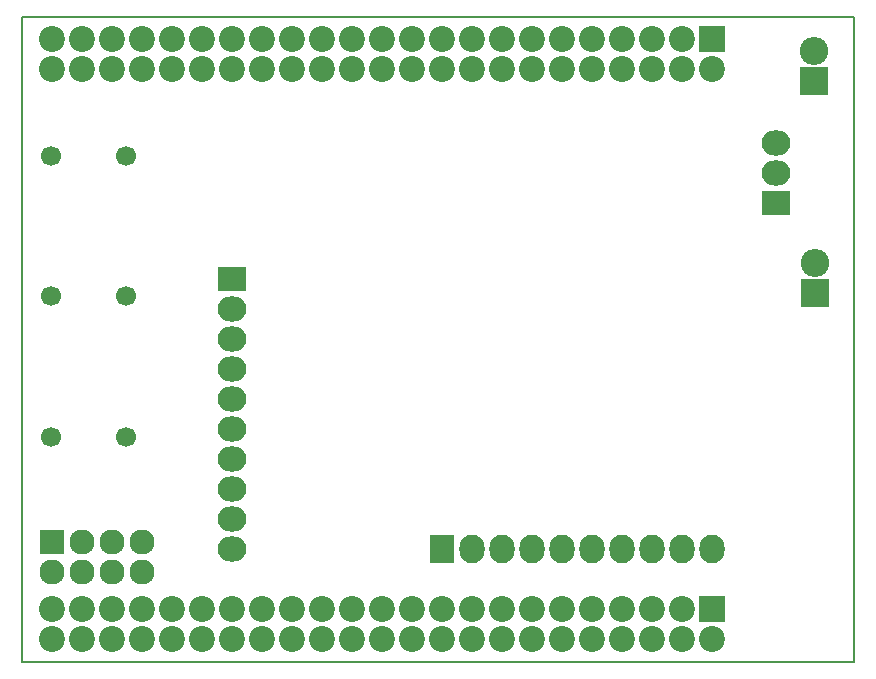
<source format=gbr>
G04 #@! TF.FileFunction,Soldermask,Bot*
%FSLAX46Y46*%
G04 Gerber Fmt 4.6, Leading zero omitted, Abs format (unit mm)*
G04 Created by KiCad (PCBNEW 4.0.2+dfsg1-stable) date Fri 21 Oct 2016 11:58:42 CEST*
%MOMM*%
G01*
G04 APERTURE LIST*
%ADD10C,0.100000*%
%ADD11C,0.150000*%
%ADD12R,2.200000X2.200000*%
%ADD13C,2.200000*%
%ADD14R,2.432000X2.127200*%
%ADD15O,2.432000X2.127200*%
%ADD16R,2.127200X2.432000*%
%ADD17O,2.127200X2.432000*%
%ADD18R,2.127200X2.127200*%
%ADD19O,2.127200X2.127200*%
%ADD20O,2.398980X2.398980*%
%ADD21R,2.398980X2.398980*%
%ADD22C,1.700000*%
G04 APERTURE END LIST*
D10*
D11*
X70485000Y0D02*
X0Y0D01*
X70485000Y54610000D02*
X70485000Y0D01*
X0Y54610000D02*
X70485000Y54610000D01*
X0Y0D02*
X0Y54610000D01*
D12*
X58420000Y52705000D03*
D13*
X58420000Y50165000D03*
X55880000Y52705000D03*
X55880000Y50165000D03*
X53340000Y52705000D03*
X53340000Y50165000D03*
X50800000Y52705000D03*
X50800000Y50165000D03*
X48260000Y52705000D03*
X48260000Y50165000D03*
X45720000Y52705000D03*
X45720000Y50165000D03*
X43180000Y52705000D03*
X43180000Y50165000D03*
X40640000Y52705000D03*
X40640000Y50165000D03*
X38100000Y52705000D03*
X38100000Y50165000D03*
X35560000Y52705000D03*
X35560000Y50165000D03*
X33020000Y52705000D03*
X33020000Y50165000D03*
X30480000Y52705000D03*
X30480000Y50165000D03*
X27940000Y52705000D03*
X27940000Y50165000D03*
X25400000Y52705000D03*
X25400000Y50165000D03*
X22860000Y52705000D03*
X22860000Y50165000D03*
X20320000Y52705000D03*
X20320000Y50165000D03*
X17780000Y52705000D03*
X17780000Y50165000D03*
X15240000Y52705000D03*
X15240000Y50165000D03*
X12700000Y52705000D03*
X12700000Y50165000D03*
X10160000Y52705000D03*
X10160000Y50165000D03*
X7620000Y52705000D03*
X7620000Y50165000D03*
X5080000Y52705000D03*
X5080000Y50165000D03*
X2540000Y52705000D03*
X2540000Y50165000D03*
D12*
X58420000Y4445000D03*
D13*
X58420000Y1905000D03*
X55880000Y4445000D03*
X55880000Y1905000D03*
X53340000Y4445000D03*
X53340000Y1905000D03*
X50800000Y4445000D03*
X50800000Y1905000D03*
X48260000Y4445000D03*
X48260000Y1905000D03*
X45720000Y4445000D03*
X45720000Y1905000D03*
X43180000Y4445000D03*
X43180000Y1905000D03*
X40640000Y4445000D03*
X40640000Y1905000D03*
X38100000Y4445000D03*
X38100000Y1905000D03*
X35560000Y4445000D03*
X35560000Y1905000D03*
X33020000Y4445000D03*
X33020000Y1905000D03*
X30480000Y4445000D03*
X30480000Y1905000D03*
X27940000Y4445000D03*
X27940000Y1905000D03*
X25400000Y4445000D03*
X25400000Y1905000D03*
X22860000Y4445000D03*
X22860000Y1905000D03*
X20320000Y4445000D03*
X20320000Y1905000D03*
X17780000Y4445000D03*
X17780000Y1905000D03*
X15240000Y4445000D03*
X15240000Y1905000D03*
X12700000Y4445000D03*
X12700000Y1905000D03*
X10160000Y4445000D03*
X10160000Y1905000D03*
X7620000Y4445000D03*
X7620000Y1905000D03*
X5080000Y4445000D03*
X5080000Y1905000D03*
X2540000Y4445000D03*
X2540000Y1905000D03*
D14*
X17780000Y32385000D03*
D15*
X17780000Y29845000D03*
X17780000Y27305000D03*
X17780000Y24765000D03*
X17780000Y22225000D03*
X17780000Y19685000D03*
X17780000Y17145000D03*
X17780000Y14605000D03*
X17780000Y12065000D03*
X17780000Y9525000D03*
D16*
X35560000Y9525000D03*
D17*
X38100000Y9525000D03*
X40640000Y9525000D03*
X43180000Y9525000D03*
X45720000Y9525000D03*
X48260000Y9525000D03*
X50800000Y9525000D03*
X53340000Y9525000D03*
X55880000Y9525000D03*
X58420000Y9525000D03*
D18*
X2540000Y10160000D03*
D19*
X2540000Y7620000D03*
X5080000Y10160000D03*
X5080000Y7620000D03*
X7620000Y10160000D03*
X7620000Y7620000D03*
X10160000Y10160000D03*
X10160000Y7620000D03*
D20*
X67056000Y51689000D03*
D21*
X67056000Y49149000D03*
D14*
X63881000Y38862000D03*
D15*
X63881000Y41402000D03*
X63881000Y43942000D03*
D20*
X67183000Y33782000D03*
D21*
X67183000Y31242000D03*
D22*
X2504000Y42799000D03*
X8804000Y42799000D03*
X2504000Y30988000D03*
X8804000Y30988000D03*
X2504000Y19050000D03*
X8804000Y19050000D03*
M02*

</source>
